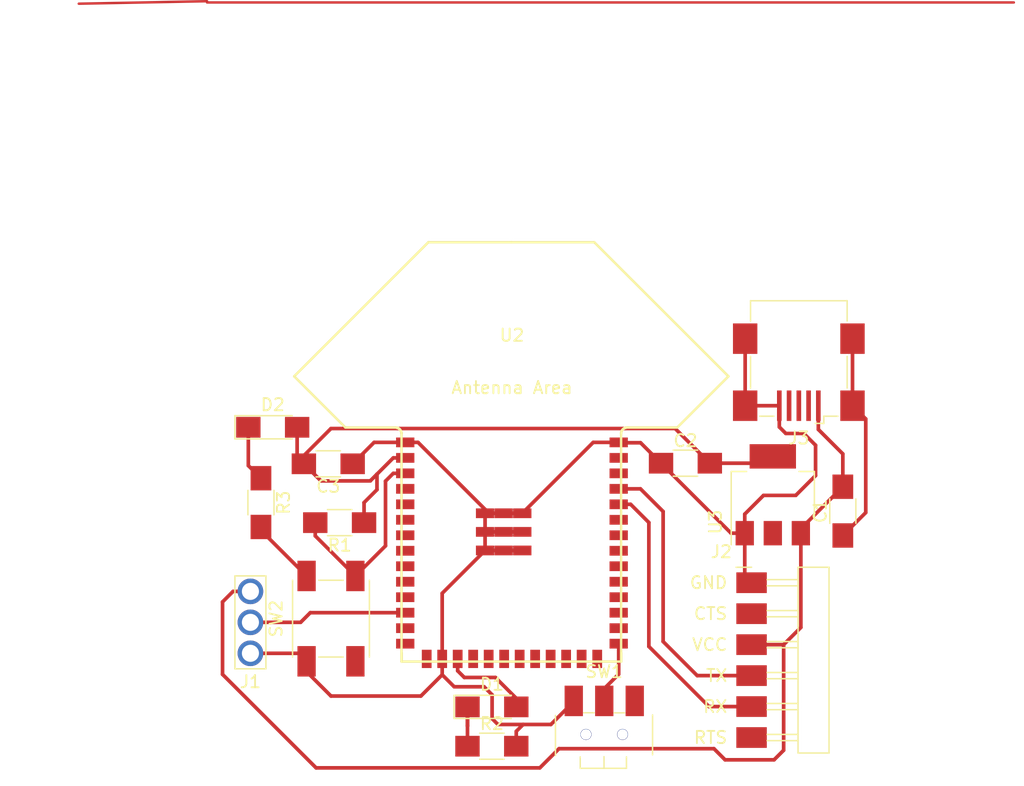
<source format=kicad_pcb>
(kicad_pcb (version 20211014) (generator pcbnew)
  (layers (0 "F.Cu" signal) (31 "B.Cu" signal) (34 "B.Paste" user) (35 "F.Paste" user) (36 "B.SilkS" user "B.Silkscreen") (37 "F.SilkS" user "F.Silkscreen") (38 "B.Mask" user) (39 "F.Mask" user) (44 "Edge.Cuts" user))
  (net 0 "")
  (net 1 "VCC")
  (net 2 "GND")
  (net 3 "3.3V")
  (net 4 "Net-(D2-Pad1)")
  (net 5 "RESET")
  (net 6 "Net-(D1-Pad1)")
  (net 8 "SENSOR")
  (net 9 "RX")
  (net 10 "TX")
  (net 23 "LED")
  (net 41 "PROG")
  (footprint "fab:LED_1206" (layer "F.Cu") (at 116.84 85.6996)
    (fp_text reference "D2" (at 0 -1.85) (layer "F.SilkS"))
    (fp_text value "LED")
    (fp_line (start -3.1 -0.95) (end -3.1 0.95) (layer "F.SilkS") (width 0.12))
    (fp_line (start -3.1 0.95) (end 1.6 0.95) (layer "F.SilkS") (width 0.12))
    (fp_line (start -3.1 -0.95) (end 1.6 -0.95) (layer "F.SilkS") (width 0.12))
    (pad "1" smd rect locked (at -2 0) (size 2 1.7) (layers "F.Cu" "F.Paste" "F.Mask") (net 4 "Net-(D2-Pad1)"))
    (pad "2" smd rect locked (at 2 0) (size 2 1.7) (layers "F.Cu" "F.Paste" "F.Mask") (net 3 "3.3V"))
  )
  (footprint "Connector_USB:USB_Mini-B_Wuerth_65100516121_Horizontal" (layer "F.Cu") (at 159.9692 81.3308 180)
    (fp_text reference "J3" (at 0 -5.25) (layer "F.SilkS"))
    (fp_text value "USB_B_Mini")
    (fp_line (start 3.96 -1.15) (end 3.96 1.45) (layer "F.SilkS") (width 0.12))
    (fp_line (start -3.96 6.01) (end 3.96 6.01) (layer "F.SilkS") (width 0.12))
    (fp_line (start 2.05 -3.46) (end 3.2 -3.46) (layer "F.SilkS") (width 0.12))
    (fp_line (start 3.96 6.01) (end 3.96 4.35) (layer "F.SilkS") (width 0.12))
    (fp_line (start -2.05 -3.46) (end -2.05 -4.05) (layer "F.SilkS") (width 0.12))
    (fp_line (start -3.2 -3.46) (end -2.05 -3.46) (layer "F.SilkS") (width 0.12))
    (fp_line (start -2.05 -4.05) (end -1.35 -4.05) (layer "F.SilkS") (width 0.12))
    (fp_line (start -3.96 4.35) (end -3.96 6.01) (layer "F.SilkS") (width 0.12))
    (fp_line (start -3.96 1.45) (end -3.96 -1.15) (layer "F.SilkS") (width 0.12))
    (pad "" np_thru_hole circle (at -2.2 0 180) (size 0.9 0.9) (drill 0.9) (layers *.Cu *.Mask))
    (pad "" np_thru_hole circle (at 2.2 0 180) (size 0.9 0.9) (drill 0.9) (layers *.Cu *.Mask))
    (pad "1" smd rect (at -1.6 -2.6 180) (size 0.38 2.5) (layers "F.Cu" "F.Paste" "F.Mask") (net 1 "VCC"))
    (pad "2" smd rect (at -0.8 -2.6 180) (size 0.38 2.5) (layers "F.Cu" "F.Paste" "F.Mask"))
    (pad "3" smd rect (at 0 -2.6 180) (size 0.38 2.5) (layers "F.Cu" "F.Paste" "F.Mask"))
    (pad "4" smd rect (at 0.8 -2.6 180) (size 0.38 2.5) (layers "F.Cu" "F.Paste" "F.Mask"))
    (pad "5" smd rect (at 1.6 -2.6 180) (size 0.38 2.5) (layers "F.Cu" "F.Paste" "F.Mask") (net 2 "GND"))
    (pad "6" smd rect (at -4.4 2.9 180) (size 2 2.5) (layers "F.Cu" "F.Paste" "F.Mask") (net 2 "GND"))
    (pad "6" smd rect (at -4.4 -2.6 180) (size 2 2.5) (layers "F.Cu" "F.Paste" "F.Mask") (net 2 "GND"))
    (pad "6" smd rect (at 4.4 -2.6 180) (size 2 2.5) (layers "F.Cu" "F.Paste" "F.Mask") (net 2 "GND"))
    (pad "6" smd rect (at 4.4 2.9 180) (size 2 2.5) (layers "F.Cu" "F.Paste" "F.Mask") (net 2 "GND"))
  )
  (footprint "fab:Switch_SPDT_C&K_AYZ0102AGRLC_7.2x3mm_P2.5mm" (layer "F.Cu") (at 144.018 110.8964)
    (fp_text reference "SW1" (at -0.01 -5.15) (layer "F.SilkS"))
    (fp_text value "SWITCH_JS102011JCQN")
    (fp_line (start 3.96 -1.6) (end 3.96 1.67) (layer "F.SilkS") (width 0.12))
    (fp_line (start 0.8 -1.77) (end 1.67 -1.77) (layer "F.SilkS") (width 0.12))
    (fp_line (start -4 -1.56) (end -4 1.73) (layer "F.SilkS") (width 0.12))
    (fp_line (start -0.02 1.82) (end -0.02 2.77) (layer "F.SilkS") (width 0.12))
    (fp_line (start -1.97 2.78) (end 1.82 2.78) (layer "F.SilkS") (width 0.12))
    (fp_line (start -1.68 -1.78) (end -0.83 -1.78) (layer "F.SilkS") (width 0.12))
    (fp_line (start -1.97 1.84) (end -1.97 2.78) (layer "F.SilkS") (width 0.12))
    (fp_line (start 1.82 2.78) (end 1.82 1.84) (layer "F.SilkS") (width 0.12))
    (pad "" np_thru_hole circle locked (at 1.5 0) (size 0.9 0.9) (drill 0.85) (layers *.Cu *.Mask))
    (pad "" np_thru_hole circle locked (at -1.5 0) (size 0.9 0.9) (drill 0.85) (layers *.Cu *.Mask))
    (pad "1" smd rect locked (at -2.5 -2.75) (size 1.5 2.5) (layers "F.Cu" "F.Paste" "F.Mask") (net 2 "GND"))
    (pad "2" smd rect locked (at 0 -2.75) (size 1.5 2.5) (layers "F.Cu" "F.Paste" "F.Mask") (net 41 "PROG"))
    (pad "3" smd rect locked (at 2.5 -2.75) (size 1.5 2.5) (layers "F.Cu" "F.Paste" "F.Mask"))
  )
  (footprint "fab:C_1206" (layer "F.Cu") (at 150.6728 88.646)
    (fp_text reference "C2" (at 0 -1.85) (layer "F.SilkS"))
    (fp_text value "10uf")
    (fp_line (start -1 -1.07) (end 1 -1.07) (layer "F.SilkS") (width 0.12))
    (fp_line (start 1 1.07) (end -1 1.07) (layer "F.SilkS") (width 0.12))
    (pad "1" smd rect locked (at -2 0) (size 2 1.7) (layers "F.Cu" "F.Paste" "F.Mask") (net 2 "GND"))
    (pad "2" smd rect locked (at 2 0) (size 2 1.7) (layers "F.Cu" "F.Paste" "F.Mask") (net 3 "3.3V"))
  )
  (footprint "fab:PinHeader_FTDI_01x06_P2.54mm_Horizontal_SMD" (layer "F.Cu") (at 156.0944 98.4504)
    (fp_text reference "J2" (at -1.524 -2.54) (layer "F.SilkS") (effects (justify right)))
    (fp_text value "Conn_PinHeader_FTDI_1x06_P2.54mm_Horizontal_SMD")
    (fp_text user "TX" (at -1.905 7.62) (layer "F.SilkS") (effects (justify right)))
    (fp_text user "VCC" (at -1.905 5.08) (layer "F.SilkS") (effects (justify right)))
    (fp_text user "RX" (at -1.905 10.16) (layer "F.SilkS") (effects (justify right)))
    (fp_text user "RTS" (at -1.905 12.7) (layer "F.SilkS") (effects (justify right)))
    (fp_text user "GND" (at -1.905 0) (layer "F.SilkS") (effects (justify right)))
    (fp_text user "CTS" (at -1.905 2.54) (layer "F.SilkS") (effects (justify right)))
    (fp_line (start 3.81 -1.27) (end 6.35 -1.27) (layer "F.SilkS") (width 0.12))
    (fp_line (start -1.27 -1.27) (end 0 -1.27) (layer "F.SilkS") (width 0.12))
    (fp_line (start 3.81 -0.254) (end 1.27 -0.254) (layer "F.SilkS") (width 0.12))
    (fp_line (start 3.81 2.794) (end 1.27 2.794) (layer "F.SilkS") (width 0.12))
    (fp_line (start 3.81 4.826) (end 1.27 4.826) (layer "F.SilkS") (width 0.12))
    (fp_line (start 6.35 -1.27) (end 6.35 13.97) (layer "F.SilkS") (width 0.12))
    (fp_line (start 6.35 13.97) (end 3.81 13.97) (layer "F.SilkS") (width 0.12))
    (fp_line (start 3.81 12.954) (end 1.27 12.954) (layer "F.SilkS") (width 0.12))
    (fp_line (start 3.81 13.97) (end 3.81 -1.27) (layer "F.SilkS") (width 0.12))
    (fp_line (start 3.81 7.366) (end 1.27 7.366) (layer "F.SilkS") (width 0.12))
    (fp_line (start 3.81 7.874) (end 1.27 7.874) (layer "F.SilkS") (width 0.12))
    (fp_line (start 3.81 10.414) (end 1.27 10.414) (layer "F.SilkS") (width 0.12))
    (fp_line (start 3.81 0.254) (end 1.27 0.254) (layer "F.SilkS") (width 0.12))
    (fp_line (start 3.81 12.446) (end 1.27 12.446) (layer "F.SilkS") (width 0.12))
    (fp_line (start 3.81 9.906) (end 1.27 9.906) (layer "F.SilkS") (width 0.12))
    (fp_line (start 3.81 2.286) (end 1.27 2.286) (layer "F.SilkS") (width 0.12))
    (fp_line (start 3.81 5.334) (end 1.27 5.334) (layer "F.SilkS") (width 0.12))
    (pad "1" smd rect locked (at 0 0) (size 2.5 1.7) (layers "F.Cu" "F.Paste" "F.Mask") (net 2 "GND"))
    (pad "2" smd rect locked (at 0 2.54) (size 2.5 1.7) (layers "F.Cu" "F.Paste" "F.Mask"))
    (pad "3" smd rect locked (at 0 5.08) (size 2.5 1.7) (layers "F.Cu" "F.Paste" "F.Mask") (net 1 "VCC"))
    (pad "4" smd rect locked (at 0 7.62) (size 2.5 1.7) (layers "F.Cu" "F.Paste" "F.Mask") (net 9 "RX"))
    (pad "5" smd rect locked (at 0 10.16) (size 2.5 1.7) (layers "F.Cu" "F.Paste" "F.Mask") (net 10 "TX"))
    (pad "6" smd rect locked (at 0 12.7) (size 2.5 1.7) (layers "F.Cu" "F.Paste" "F.Mask"))
  )
  (footprint "fab:C_1206" (layer "F.Cu") (at 163.576 92.5764 90)
    (fp_text reference "C1" (at 0 -1.85 90) (layer "F.SilkS"))
    (fp_text value "10uf")
    (fp_line (start 1 1.07) (end -1 1.07) (layer "F.SilkS") (width 0.12))
    (fp_line (start -1 -1.07) (end 1 -1.07) (layer "F.SilkS") (width 0.12))
    (pad "1" smd rect locked (at -2 0 90) (size 2 1.7) (layers "F.Cu" "F.Paste" "F.Mask") (net 2 "GND"))
    (pad "2" smd rect locked (at 2 0 90) (size 2 1.7) (layers "F.Cu" "F.Paste" "F.Mask") (net 1 "VCC"))
  )
  (footprint "fab:Button_Omron_B3SN_6x6mm" (layer "F.Cu") (at 121.6152 101.3968 90)
    (fp_text reference "SW2" (at 0 -4.5 90) (layer "F.SilkS"))
    (fp_text value "BUTTON_B3SN")
    (fp_line (start -3.15 1) (end -3.15 -1) (layer "F.SilkS") (width 0.12))
    (fp_line (start -3.15 -3.15) (end 3.15 -3.15) (layer "F.SilkS") (width 0.12))
    (fp_line (start 3.15 -1) (end 3.15 1) (layer "F.SilkS") (width 0.12))
    (fp_line (start 3.15 3.15) (end -3.15 3.15) (layer "F.SilkS") (width 0.12))
    (pad "1" smd rect locked (at -3.5 -2 90) (size 2.5 1.5) (layers "F.Cu" "F.Paste" "F.Mask") (net 2 "GND"))
    (pad "1" smd rect locked (at 3.5 -2 90) (size 2.5 1.5) (layers "F.Cu" "F.Paste" "F.Mask") (net 2 "GND"))
    (pad "2" smd rect locked (at 3.5 2 90) (size 2.5 1.5) (layers "F.Cu" "F.Paste" "F.Mask") (net 5 "RESET"))
    (pad "2" smd rect locked (at -3.5 2 90) (size 2.5 1.5) (layers "F.Cu" "F.Paste" "F.Mask") (net 5 "RESET"))
  )
  (footprint "fab:SOT-223-3_TabPin2" (layer "F.Cu") (at 157.8356 91.2364 90)
    (fp_text reference "U3" (at -2.2352 -4.7032 90) (layer "F.SilkS"))
    (fp_text value "Regulator_Linear_NCP1117-5.0V-1A")
    (fp_line (start -4.1 -3.41) (end 1.91 -3.41) (layer "F.SilkS") (width 0.12))
    (fp_line (start -1.85 3.41) (end 1.91 3.41) (layer "F.SilkS") (width 0.12))
    (fp_line (start 1.91 -3.41) (end 1.91 -2.15) (layer "F.SilkS") (width 0.12))
    (fp_line (start 1.91 3.41) (end 1.91 2.15) (layer "F.SilkS") (width 0.12))
    (pad "1" smd rect locked (at -3.15 -2.3 90) (size 2 1.5) (layers "F.Cu" "F.Paste" "F.Mask") (net 2 "GND"))
    (pad "2" smd rect locked (at -3.15 0 90) (size 2 1.5) (layers "F.Cu" "F.Paste" "F.Mask") (net 3 "3.3V"))
    (pad "2" smd rect locked (at 3.15 0 90) (size 2 3.8) (layers "F.Cu" "F.Paste" "F.Mask") (net 3 "3.3V"))
    (pad "3" smd rect locked (at -3.15 2.3 90) (size 2 1.5) (layers "F.Cu" "F.Paste" "F.Mask") (net 1 "VCC"))
  )
  (footprint "fab:LED_1206" (layer "F.Cu") (at 134.8067 108.6356)
    (fp_text reference "D1" (at 0 -1.85) (layer "F.SilkS"))
    (fp_text value "LED")
    (fp_line (start -3.1 -0.95) (end -3.1 0.95) (layer "F.SilkS") (width 0.12))
    (fp_line (start -3.1 0.95) (end 1.6 0.95) (layer "F.SilkS") (width 0.12))
    (fp_line (start -3.1 -0.95) (end 1.6 -0.95) (layer "F.SilkS") (width 0.12))
    (pad "1" smd rect locked (at -2 0) (size 2 1.7) (layers "F.Cu" "F.Paste" "F.Mask") (net 6 "Net-(D1-Pad1)"))
    (pad "2" smd rect locked (at 2 0) (size 2 1.7) (layers "F.Cu" "F.Paste" "F.Mask") (net 23 "LED"))
  )
  (footprint "fab:C_1206" (layer "F.Cu") (at 121.3932 88.6968 180)
    (fp_text reference "C3" (at 0 -1.85) (layer "F.SilkS"))
    (fp_text value "0.1uf")
    (fp_line (start 1 1.07) (end -1 1.07) (layer "F.SilkS") (width 0.12))
    (fp_line (start -1 -1.07) (end 1 -1.07) (layer "F.SilkS") (width 0.12))
    (pad "1" smd rect locked (at -2 0 180) (size 2 1.7) (layers "F.Cu" "F.Paste" "F.Mask") (net 2 "GND"))
    (pad "2" smd rect locked (at 2 0 180) (size 2 1.7) (layers "F.Cu" "F.Paste" "F.Mask") (net 3 "3.3V"))
  )
  (footprint "ESPE32:ESP32-WROOM-DA" (layer "F.Cu") (at 136.4519 93.9496)
    (fp_text reference "U2" (at 0 -15.8) (layer "F.SilkS"))
    (fp_text value "ESP32-WROOM-DA")
    (fp_text user "Antenna Area" (at 0 -11.5) (layer "F.SilkS"))
    (fp_line (start 9.130574 -8.117453) (end 9.144 -8.128) (layer "F.SilkS") (width 0.2))
    (fp_line (start 17.746118 -12.429597) (end 6.746118 -23.429597) (layer "F.SilkS") (width 0.2))
    (fp_line (start -9.519761 -8.228431) (end -9.50275 -8.226976) (layer "F.SilkS") (width 0.2))
    (fp_line (start 9.010288 -7.974652) (end 9.018908 -7.989389) (layer "F.SilkS") (width 0.2))
    (fp_line (start 9 10.25) (end 9 11) (layer "F.SilkS") (width 0.12))
    (fp_line (start -9.485799 -8.22494) (end -9.468927 -8.222327) (layer "F.SilkS") (width 0.2))
    (fp_line (start -9.118052 -7.974652) (end -9.109939 -7.95963) (layer "F.SilkS") (width 0.2))
    (fp_line (start -9.265542 -8.138082) (end -9.251764 -8.128) (layer "F.SilkS") (width 0.2))
    (fp_line (start 9.446118 -8.229597) (end 13.546118 -8.229597) (layer "F.SilkS") (width 0.2))
    (fp_line (start -9.145397 -8.017937) (end -9.135791 -8.003823) (layer "F.SilkS") (width 0.2))
    (fp_line (start -9.536811 -8.229306) (end -9.519761 -8.228431) (layer "F.SilkS") (width 0.2))
    (fp_line (start 9.144 -8.128) (end 9.157778 -8.138082) (layer "F.SilkS") (width 0.2))
    (fp_line (start -9.33914 -8.181134) (end -9.323849 -8.17354) (layer "F.SilkS") (width 0.2))
    (fp_line (start -9.061152 -7.814552) (end -9.058539 -7.79768) (layer "F.SilkS") (width 0.2))
    (fp_line (start -9.07731 -7.880854) (end -9.072423 -7.864495) (layer "F.SilkS") (width 0.2))
    (fp_line (start -9.402625 -8.206169) (end -9.386442 -8.200727) (layer "F.SilkS") (width 0.2))
    (fp_line (start -9.323849 -8.17354) (end -9.308827 -8.165427) (layer "F.SilkS") (width 0.2))
    (fp_line (start -9.102345 -7.944339) (end -9.095276 -7.928798) (layer "F.SilkS") (width 0.2))
    (fp_line (start 9.002175 -7.95963) (end 9.010288 -7.974652) (layer "F.SilkS") (width 0.2))
    (fp_line (start -0.053882 -23.429597) (end -6.853882 -23.429597) (layer "F.SilkS") (width 0.2))
    (fp_line (start -17.853882 -12.429597) (end -13.653882 -8.229597) (layer "F.SilkS") (width 0.2))
    (fp_line (start 9.411997 -8.228431) (end 9.429047 -8.229306) (layer "F.SilkS") (width 0.2))
    (fp_line (start -9.50275 -8.226976) (end -9.485799 -8.22494) (layer "F.SilkS") (width 0.2))
    (fp_line (start -9.06434 -7.831325) (end -9.061152 -7.814552) (layer "F.SilkS") (width 0.2))
    (fp_line (start 8.946118 10.970403) (end 8.946118 -7.729597) (layer "F.SilkS") (width 0.2))
    (fp_line (start -9.166026 -8.045141) (end -9.155479 -8.031715) (layer "F.SilkS") (width 0.2))
    (fp_line (start -9.29409 -8.156807) (end -9.279656 -8.147688) (layer "F.SilkS") (width 0.2))
    (fp_line (start -13.653882 -8.229597) (end -9.553882 -8.229597) (layer "F.SilkS") (width 0.2))
    (fp_line (start 9.186326 -8.156807) (end 9.201063 -8.165427) (layer "F.SilkS") (width 0.2))
    (fp_line (start 9.069261 -8.058199) (end 9.0807 -8.070874) (layer "F.SilkS") (width 0.2))
    (fp_line (start 9.34439 -8.219139) (end 9.361163 -8.222327) (layer "F.SilkS") (width 0.2))
    (fp_line (start 9.246917 -8.188203) (end 9.262691 -8.194736) (layer "F.SilkS") (width 0.2))
    (fp_line (start -9.058539 -7.79768) (end -9.056503 -7.780729) (layer "F.SilkS") (width 0.2))
    (fp_line (start -9.238338 -8.117453) (end -9.22528 -8.106454) (layer "F.SilkS") (width 0.2))
    (fp_line (start 9.216085 -8.17354) (end 9.231376 -8.181134) (layer "F.SilkS") (width 0.2))
    (fp_line (start 8.950775 -7.79768) (end 8.953388 -7.814552) (layer "F.SilkS") (width 0.2))
    (fp_line (start -9.553882 -8.229597) (end -9.536811 -8.229306) (layer "F.SilkS") (width 0.2))
    (fp_line (start -9.279656 -8.147688) (end -9.265542 -8.138082) (layer "F.SilkS") (width 0.2))
    (fp_line (start 8.974988 -7.897037) (end 8.980979 -7.913024) (layer "F.SilkS") (width 0.2))
    (fp_line (start -9.468927 -8.222327) (end -9.452154 -8.219139) (layer "F.SilkS") (width 0.2))
    (fp_line (start 8.987512 -7.928798) (end 8.994581 -7.944339) (layer "F.SilkS") (width 0.2))
    (fp_line (start -9.072423 -7.864495) (end -9.068098 -7.847979) (layer "F.SilkS") (width 0.2))
    (fp_line (start -9.418984 -8.211056) (end -9.402625 -8.206169) (layer "F.SilkS") (width 0.2))
    (fp_line (start -9.053882 -7.729597) (end -9.053882 10.970403) (layer "F.SilkS") (width 0.2))
    (fp_line (start 9.104841 -8.095015) (end 9.117516 -8.106454) (layer "F.SilkS") (width 0.2))
    (fp_line (start -9 10.25) (end -9 11) (layer "F.SilkS") (width 0.12))
    (fp_line (start 9.171892 -8.147688) (end 9.186326 -8.156807) (layer "F.SilkS") (width 0.2))
    (fp_line (start -9.055048 -7.763718) (end -9.054173 -7.746668) (layer "F.SilkS") (width 0.2))
    (fp_line (start 13.546118 -8.229597) (end 17.746118 -12.429597) (layer "F.SilkS") (width 0.2))
    (fp_line (start 9.31122 -8.211056) (end 9.327736 -8.215381) (layer "F.SilkS") (width 0.2))
    (fp_line (start -9.354681 -8.188203) (end -9.33914 -8.181134) (layer "F.SilkS") (width 0.2))
    (fp_line (start 9.262691 -8.194736) (end 9.278678 -8.200727) (layer "F.SilkS") (width 0.2))
    (fp_line (start -9.200329 -8.08315) (end -9.188464 -8.070874) (layer "F.SilkS") (width 0.2))
    (fp_line (start 9.394986 -8.226976) (end 9.411997 -8.228431) (layer "F.SilkS") (width 0.2))
    (fp_line (start 9.117516 -8.106454) (end 9.130574 -8.117453) (layer "F.SilkS") (width 0.2))
    (fp_line (start -9.056503 -7.780729) (end -9.055048 -7.763718) (layer "F.SilkS") (width 0.2))
    (fp_line (start 9.018908 -7.989389) (end 9.028027 -8.003823) (layer "F.SilkS") (width 0.2))
    (fp_line (start -9.251764 -8.128) (end -9.238338 -8.117453) (layer "F.SilkS") (width 0.2))
    (fp_line (start 9.028027 -8.003823) (end 9.037633 -8.017937) (layer "F.SilkS") (width 0.2))
    (fp_line (start -9.177025 -8.058199) (end -9.166026 -8.045141) (layer "F.SilkS") (width 0.2))
    (fp_line (start 9.047715 -8.031715) (end 9.058262 -8.045141) (layer "F.SilkS") (width 0.2))
    (fp_line (start 8.948739 -7.780729) (end 8.950775 -7.79768) (layer "F.SilkS") (width 0.2))
    (fp_line (start 9.231376 -8.181134) (end 9.246917 -8.188203) (layer "F.SilkS") (width 0.2))
    (fp_line (start 9.278678 -8.200727) (end 9.294861 -8.206169) (layer "F.SilkS") (width 0.2))
    (fp_line (start -6.853882 -23.429597) (end -17.853882 -12.429597) (layer "F.SilkS") (width 0.2))
    (fp_line (start -9.308827 -8.165427) (end -9.29409 -8.156807) (layer "F.SilkS") (width 0.2))
    (fp_line (start 9.0807 -8.070874) (end 9.092565 -8.08315) (layer "F.SilkS") (width 0.2))
    (fp_line (start -9.126672 -7.989389) (end -9.118052 -7.974652) (layer "F.SilkS") (width 0.2))
    (fp_line (start 9.429047 -8.229306) (end 9.446118 -8.229597) (layer "F.SilkS") (width 0.2))
    (fp_line (start 8.969546 -7.880854) (end 8.974988 -7.897037) (layer "F.SilkS") (width 0.2))
    (fp_line (start -9.4355 -8.215381) (end -9.418984 -8.211056) (layer "F.SilkS") (width 0.2))
    (fp_line (start -9.22528 -8.106454) (end -9.212605 -8.095015) (layer "F.SilkS") (width 0.2))
    (fp_line (start -9.155479 -8.031715) (end -9.145397 -8.017937) (layer "F.SilkS") (width 0.2))
    (fp_line (start 8.964659 -7.864495) (end 8.969546 -7.880854) (layer "F.SilkS") (width 0.2))
    (fp_line (start 8.956576 -7.831325) (end 8.960334 -7.847979) (layer "F.SilkS") (width 0.2))
    (fp_line (start 9.092565 -8.08315) (end 9.104841 -8.095015) (layer "F.SilkS") (width 0.2))
    (fp_line (start 8.994581 -7.944339) (end 9.002175 -7.95963) (layer "F.SilkS") (width 0.2))
    (fp_line (start -9.386442 -8.200727) (end -9.370455 -8.194736) (layer "F.SilkS") (width 0.2))
    (fp_line (start -9.068098 -7.847979) (end -9.06434 -7.831325) (layer "F.SilkS") (width 0.2))
    (fp_line (start -9.109939 -7.95963) (end -9.102345 -7.944339) (layer "F.SilkS") (width 0.2))
    (fp_line (start -9.053882 10.970403) (end 8.946118 10.970403) (layer "F.SilkS") (width 0.2))
    (fp_line (start 9.037633 -8.017937) (end 9.047715 -8.031715) (layer "F.SilkS") (width 0.2))
    (fp_line (start 9.294861 -8.206169) (end 9.31122 -8.211056) (layer "F.SilkS") (width 0.2))
    (fp_line (start 9.327736 -8.215381) (end 9.34439 -8.219139) (layer "F.SilkS") (width 0.2))
    (fp_line (start -9.095276 -7.928798) (end -9.088743 -7.913024) (layer "F.SilkS") (width 0.2))
    (fp_line (start 8.953388 -7.814552) (end 8.956576 -7.831325) (layer "F.SilkS") (width 0.2))
    (fp_line (start 9.378035 -8.22494) (end 9.394986 -8.226976) (layer "F.SilkS") (width 0.2))
    (fp_line (start 8.960334 -7.847979) (end 8.964659 -7.864495) (layer "F.SilkS") (width 0.2))
    (fp_line (start -9.188464 -8.070874) (end -9.177025 -8.058199) (layer "F.SilkS") (width 0.2))
    (fp_line (start 8.947284 -7.763718) (end 8.948739 -7.780729) (layer "F.SilkS") (width 0.2))
    (fp_line (start -9.452154 -8.219139) (end -9.4355 -8.215381) (layer "F.SilkS") (width 0.2))
    (fp_line (start -9.054173 -7.746668) (end -9.053882 -7.729597) (layer "F.SilkS") (width 0.2))
    (fp_line (start -9.212605 -8.095015) (end -9.200329 -8.08315) (layer "F.SilkS") (width 0.2))
    (fp_line (start 9.201063 -8.165427) (end 9.216085 -8.17354) (layer "F.SilkS") (width 0.2))
    (fp_line (start -9.082752 -7.897037) (end -9.07731 -7.880854) (layer "F.SilkS") (width 0.2))
    (fp_line (start 6.746118 -23.429597) (end -0.053882 -23.429597) (layer "F.SilkS") (width 0.2))
    (fp_line (start 9.361163 -8.222327) (end 9.378035 -8.22494) (layer "F.SilkS") (width 0.2))
    (fp_line (start 8.980979 -7.913024) (end 8.987512 -7.928798) (layer "F.SilkS") (width 0.2))
    (fp_line (start 8.946409 -7.746668) (end 8.947284 -7.763718) (layer "F.SilkS") (width 0.2))
    (fp_line (start -9.135791 -8.003823) (end -9.126672 -7.989389) (layer "F.SilkS") (width 0.2))
    (fp_line (start -9.370455 -8.194736) (end -9.354681 -8.188203) (layer "F.SilkS") (width 0.2))
    (fp_line (start 8.946118 -7.729597) (end 8.946409 -7.746668) (layer "F.SilkS") (width 0.2))
    (fp_line (start 9.058262 -8.045141) (end 9.069261 -8.058199) (layer "F.SilkS") (width 0.2))
    (fp_line (start 9.157778 -8.138082) (end 9.171892 -8.147688) (layer "F.SilkS") (width 0.2))
    (fp_line (start -9.088743 -7.913024) (end -9.082752 -7.897037) (layer "F.SilkS") (width 0.2))
    (pad "1" smd rect (at -8.75 -7.01) (size 1.5 0.8) (layers "F.Cu" "F.Paste" "F.Mask") (net 2 "GND"))
    (pad "2" smd rect (at -8.75 -5.74) (size 1.5 0.8) (layers "F.Cu" "F.Paste" "F.Mask") (net 3 "3.3V"))
    (pad "3" smd rect (at -8.75 -4.47) (size 1.5 0.8) (layers "F.Cu" "F.Paste" "F.Mask") (net 5 "RESET"))
    (pad "4" smd rect (at -8.75 -3.2) (size 1.5 0.8) (layers "F.Cu" "F.Paste" "F.Mask"))
    (pad "5" smd rect (at -8.75 -1.93) (size 1.5 0.8) (layers "F.Cu" "F.Paste" "F.Mask"))
    (pad "6" smd rect (at -8.75 -0.66) (size 1.5 0.8) (layers "F.Cu" "F.Paste" "F.Mask"))
    (pad "7" smd rect (at -8.75 0.61) (size 1.5 0.8) (layers "F.Cu" "F.Paste" "F.Mask"))
    (pad "8" smd rect (at -8.75 1.88) (size 1.5 0.8) (layers "F.Cu" "F.Paste" "F.Mask"))
    (pad "9" smd rect (at -8.75 3.15) (size 1.5 0.8) (layers "F.Cu" "F.Paste" "F.Mask"))
    (pad "10" smd rect (at -8.75 4.42) (size 1.5 0.8) (layers "F.Cu" "F.Paste" "F.Mask"))
    (pad "11" smd rect (at -8.75 5.69) (size 1.5 0.8) (layers "F.Cu" "F.Paste" "F.Mask"))
    (pad "12" smd rect (at -8.75 6.96) (size 1.5 0.8) (layers "F.Cu" "F.Paste" "F.Mask") (net 8 "SENSOR"))
    (pad "13" smd rect (at -8.75 8.23) (size 1.5 0.8) (layers "F.Cu" "F.Paste" "F.Mask"))
    (pad "14" smd rect (at -8.75 9.5) (size 1.5 0.8) (layers "F.Cu" "F.Paste" "F.Mask"))
    (pad "15" smd rect (at -6.99 10.75 90) (size 1.5 0.8) (layers "F.Cu" "F.Paste" "F.Mask"))
    (pad "16" smd rect (at -5.72 10.75 90) (size 1.5 0.8) (layers "F.Cu" "F.Paste" "F.Mask") (net 2 "GND"))
    (pad "17" smd rect (at -4.45 10.75 90) (size 1.5 0.8) (layers "F.Cu" "F.Paste" "F.Mask") (net 23 "LED"))
    (pad "18" smd rect (at -3.18 10.75 90) (size 1.5 0.8) (layers "F.Cu" "F.Paste" "F.Mask"))
    (pad "19" smd rect (at -1.91 10.75 90) (size 1.5 0.8) (layers "F.Cu" "F.Paste" "F.Mask"))
    (pad "20" smd rect (at -0.64 10.75 90) (size 1.5 0.8) (layers "F.Cu" "F.Paste" "F.Mask"))
    (pad "21" smd rect (at 0.63 10.75 90) (size 1.5 0.8) (layers "F.Cu" "F.Paste" "F.Mask"))
    (pad "22" smd rect (at 1.9 10.75 90) (size 1.5 0.8) (layers "F.Cu" "F.Paste" "F.Mask"))
    (pad "23" smd rect (at 3.17 10.75 90) (size 1.5 0.8) (layers "F.Cu" "F.Paste" "F.Mask"))
    (pad "24" smd rect (at 4.44 10.75 90) (size 1.5 0.8) (layers "F.Cu" "F.Paste" "F.Mask"))
    (pad "25" smd rect (at 5.71 10.75 90) (size 1.5 0.8) (layers "F.Cu" "F.Paste" "F.Mask"))
    (pad "26" smd rect (at 6.99 10.75 90) (size 1.5 0.8) (layers "F.Cu" "F.Paste" "F.Mask"))
    (pad "27" smd rect (at 8.75 9.5 180) (size 1.5 0.8) (layers "F.Cu" "F.Paste" "F.Mask") (net 41 "PROG"))
    (pad "28" smd rect (at 8.75 8.23 180) (size 1.5 0.8) (layers "F.Cu" "F.Paste" "F.Mask"))
    (pad "29" smd rect (at 8.75 6.96 180) (size 1.5 0.8) (layers "F.Cu" "F.Paste" "F.Mask"))
    (pad "30" smd rect (at 8.75 5.69 180) (size 1.5 0.8) (layers "F.Cu" "F.Paste" "F.Mask"))
    (pad "31" smd rect (at 8.75 4.42 180) (size 1.5 0.8) (layers "F.Cu" "F.Paste" "F.Mask"))
    (pad "32" smd rect (at 8.75 3.15 180) (size 1.5 0.8) (layers "F.Cu" "F.Paste" "F.Mask"))
    (pad "33" smd rect (at 8.75 1.88 180) (size 1.5 0.8) (layers "F.Cu" "F.Paste" "F.Mask"))
    (pad "34" smd rect (at 8.75 0.61 180) (size 1.5 0.8) (layers "F.Cu" "F.Paste" "F.Mask"))
    (pad "35" smd rect (at 8.75 -0.66 180) (size 1.5 0.8) (layers "F.Cu" "F.Paste" "F.Mask"))
    (pad "36" smd rect (at 8.75 -1.93 180) (size 1.5 0.8) (layers "F.Cu" "F.Paste" "F.Mask") (net 10 "TX"))
    (pad "37" smd rect (at 8.75 -3.2 180) (size 1.5 0.8) (layers "F.Cu" "F.Paste" "F.Mask") (net 9 "RX"))
    (pad "38" smd rect (at 8.75 -4.47 180) (size 1.5 0.8) (layers "F.Cu" "F.Paste" "F.Mask"))
    (pad "39" smd rect (at 8.75 -5.74 180) (size 1.5 0.8) (layers "F.Cu" "F.Paste" "F.Mask"))
    (pad "40" smd rect (at 8.75 -7.01 180) (size 1.5 0.8) (layers "F.Cu" "F.Paste" "F.Mask") (net 2 "GND"))
    (pad "43" smd rect (at -2.205 -1.195 180) (size 1.5 0.8) (layers "F.Cu" "F.Paste" "F.Mask") (net 2 "GND"))
    (pad "43" smd rect (at -0.68 0.33 180) (size 1.5 0.8) (layers "F.Cu" "F.Paste" "F.Mask") (net 2 "GND"))
    (pad "43" smd rect (at -0.68 1.855 180) (size 1.5 0.8) (layers "F.Cu" "F.Paste" "F.Mask") (net 2 "GND"))
    (pad "43" smd rect (at 0.845 1.855 180) (size 1.5 0.8) (layers "F.Cu" "F.Paste" "F.Mask") (net 2 "GND"))
    (pad "43" smd rect (at -2.205 1.855 180) (size 1.5 0.8) (layers "F.Cu" "F.Paste" "F.Mask") (net 2 "GND"))
    (pad "43" smd rect (at -0.68 -1.195 180) (size 1.5 0.8) (layers "F.Cu" "F.Paste" "F.Mask") (net 2 "GND"))
    (pad "43" smd rect (at -2.205 0.33 180) (size 1.5 0.8) (layers "F.Cu" "F.Paste" "F.Mask") (net 2 "GND"))
    (pad "43" smd rect (at 0.845 -1.195 180) (size 1.5 0.8) (layers "F.Cu" "F.Paste" "F.Mask") (net 2 "GND"))
    (pad "43" smd rect (at 0.845 0.33 180) (size 1.5 0.8) (layers "F.Cu" "F.Paste" "F.Mask") (net 2 "GND"))
  )
  (footprint "fab:R_1206" (layer "F.Cu") (at 115.8748 91.8784 -90)
    (fp_text reference "R3" (at 0 -1.85 90) (layer "F.SilkS"))
    (fp_text value "R")
    (fp_line (start 1 1.07) (end -1 1.07) (layer "F.SilkS") (width 0.12))
    (fp_line (start -1 -1.07) (end 1 -1.07) (layer "F.SilkS") (width 0.12))
    (pad "1" smd rect locked (at -2 0 270) (size 2 1.7) (layers "F.Cu" "F.Paste" "F.Mask") (net 4 "Net-(D2-Pad1)"))
    (pad "2" smd rect locked (at 2 0 270) (size 2 1.7) (layers "F.Cu" "F.Paste" "F.Mask") (net 2 "GND"))
  )
  (footprint "fab:R_1206" (layer "F.Cu") (at 122.3264 93.5228 180)
    (fp_text reference "R1" (at 0 -1.85) (layer "F.SilkS"))
    (fp_text value "10K")
    (fp_line (start -1 -1.07) (end 1 -1.07) (layer "F.SilkS") (width 0.12))
    (fp_line (start 1 1.07) (end -1 1.07) (layer "F.SilkS") (width 0.12))
    (pad "1" smd rect locked (at -2 0 180) (size 2 1.7) (layers "F.Cu" "F.Paste" "F.Mask") (net 3 "3.3V"))
    (pad "2" smd rect locked (at 2 0 180) (size 2 1.7) (layers "F.Cu" "F.Paste" "F.Mask") (net 5 "RESET"))
  )
  (footprint "fab:R_1206" (layer "F.Cu") (at 134.8044 111.8616)
    (fp_text reference "R2" (at 0 -1.85) (layer "F.SilkS"))
    (fp_text value "R")
    (fp_line (start -1 -1.07) (end 1 -1.07) (layer "F.SilkS") (width 0.12))
    (fp_line (start 1 1.07) (end -1 1.07) (layer "F.SilkS") (width 0.12))
    (pad "1" smd rect locked (at -2 0) (size 2 1.7) (layers "F.Cu" "F.Paste" "F.Mask") (net 6 "Net-(D1-Pad1)"))
    (pad "2" smd rect locked (at 2 0) (size 2 1.7) (layers "F.Cu" "F.Paste" "F.Mask") (net 2 "GND"))
  )
  (footprint "fab:PinHeader_1x03_P2.54mm_Vertical_THT_D1.4mm" (layer "F.Cu") (at 115.0112 104.2416 180)
    (fp_text reference "J1" (at 0 -2.33 180) (layer "F.SilkS"))
    (fp_text value "Conn_PinHeader_1x03_P2.54mm_Vertical_THT_D1.4mm")
    (fp_line (start -1.27 -1.27) (end 1.27 -1.27) (layer "F.SilkS") (width 0.12))
    (fp_line (start 1.27 -1.27) (end 1.27 6.35) (layer "F.SilkS") (width 0.12))
    (fp_line (start -1.27 -1.27) (end -1.27 6.35) (layer "F.SilkS") (width 0.12))
    (fp_line (start -1.27 6.35) (end 1.27 6.35) (layer "F.SilkS") (width 0.12))
    (pad "1" thru_hole circle locked (at 0 0 180) (size 2.1 2.1) (drill 1.4) (layers *.Cu *.Mask) (net 2 "GND"))
    (pad "2" thru_hole circle locked (at 0 2.54 180) (size 2.1 2.1) (drill 1.4) (layers *.Cu *.Mask) (net 8 "SENSOR"))
    (pad "3" thru_hole circle locked (at 0 5.08 180) (size 2.1 2.1) (drill 1.4) (layers *.Cu *.Mask) (net 1 "VCC"))
  )
  (gr_line (start 100.9396 50.9524) (end 111.4552 50.7492) (layer "F.Cu") (width 0.2))
  (gr_line (start 111.4552 50.8508) (end 177.5968 50.8508) (layer "F.Cu") (width 0.2))
  (segment (start 158.7246 112.1918) (end 158.7246 103.5304) (width 0.3) (layer "F.Cu") (net 1))
  (segment (start 158.7246 103.5304) (end 156.0944 103.5304) (width 0.3) (layer "F.Cu") (net 1))
  (segment (start 115.0112 99.1616) (end 113.5888 99.1616) (width 0.3) (layer "F.Cu") (net 1))
  (segment (start 112.7252 105.9688) (end 120.396 113.6396) (width 0.3) (layer "F.Cu") (net 1))
  (segment (start 113.5888 99.1616) (end 112.7252 100.0252) (width 0.3) (layer "F.Cu") (net 1))
  (segment (start 112.7252 100.0252) (end 112.7252 105.9688) (width 0.3) (layer "F.Cu") (net 1))
  (segment (start 140.3096 112.0648) (end 153.0096 112.0648) (width 0.3) (layer "F.Cu") (net 1))
  (segment (start 138.7348 113.6396) (end 140.3096 112.0648) (width 0.3) (layer "F.Cu") (net 1))
  (segment (start 160.1356 94.0168) (end 163.576 90.5764) (width 0.3) (layer "F.Cu") (net 1))
  (segment (start 161.5692 85.8772) (end 163.576 87.884) (width 0.3) (layer "F.Cu") (net 1))
  (segment (start 153.924 112.9792) (end 157.9372 112.9792) (width 0.3) (layer "F.Cu") (net 1))
  (segment (start 153.0096 112.0648) (end 153.924 112.9792) (width 0.3) (layer "F.Cu") (net 1))
  (segment (start 161.5692 83.9308) (end 161.5692 85.8772) (width 0.3) (layer "F.Cu") (net 1))
  (segment (start 160.1356 102.1194) (end 158.7246 103.5304) (width 0.3) (layer "F.Cu") (net 1))
  (segment (start 120.396 113.6396) (end 138.7348 113.6396) (width 0.3) (layer "F.Cu") (net 1))
  (segment (start 157.9372 112.9792) (end 158.7246 112.1918) (width 0.3) (layer "F.Cu") (net 1))
  (segment (start 160.1356 94.3864) (end 160.1356 102.1194) (width 0.3) (layer "F.Cu") (net 1))
  (segment (start 160.1356 94.3864) (end 160.1356 94.0168) (width 0.3) (layer "F.Cu") (net 1))
  (segment (start 163.576 87.884) (end 163.576 90.5764) (width 0.3) (layer "F.Cu") (net 1))
  (segment (start 154.4132 94.3864) (end 155.5356 94.3864) (width 0.3) (layer "F.Cu") (net 2))
  (segment (start 137.2969 94.2796) (end 137.297 94.2796) (width 0.3) (layer "F.Cu") (net 2))
  (segment (start 136.8044 110.6424) (end 137.3688 110.078) (width 0.3) (layer "F.Cu") (net 2))
  (segment (start 127.7019 86.9396) (end 128.7519 86.9396) (width 0.3) (layer "F.Cu") (net 2))
  (segment (start 159.7152 91.2876) (end 161.3408 89.662) (width 0.3) (layer "F.Cu") (net 2))
  (segment (start 115.8748 94.1564) (end 119.6152 97.8968) (width 0.3) (layer "F.Cu") (net 2))
  (segment (start 143.112 86.9396) (end 145.2019 86.9396) (width 0.3) (layer "F.Cu") (net 2))
  (segment (start 134.8232 109.601122) (end 135.300078 110.078) (width 0.3) (layer "F.Cu") (net 2))
  (segment (start 158.9024 86.2076) (end 158.3692 85.6744) (width 0.3) (layer "F.Cu") (net 2))
  (segment (start 165.4556 85.0172) (end 164.3692 83.9308) (width 0.3) (layer "F.Cu") (net 2))
  (segment (start 155.5356 94.3864) (end 155.5356 92.8256) (width 0.3) (layer "F.Cu") (net 2))
  (segment (start 134.247 92.7546) (end 134.2469 92.7546) (width 0.3) (layer "F.Cu") (net 2))
  (segment (start 115.8748 93.8784) (end 115.8748 94.1564) (width 0.3) (layer "F.Cu") (net 2))
  (segment (start 134.247 94.2796) (end 134.2469 94.2796) (width 0.3) (layer "F.Cu") (net 2))
  (segment (start 119.6152 104.8968) (end 119.6152 105.7468) (width 0.3) (layer "F.Cu") (net 2))
  (segment (start 136.8044 111.8616) (end 136.8044 110.6424) (width 0.3) (layer "F.Cu") (net 2))
  (segment (start 134.247 94.2796) (end 134.247 92.7546) (width 0.3) (layer "F.Cu") (net 2))
  (segment (start 158.3692 85.6744) (end 158.3692 83.9308) (width 0.3) (layer "F.Cu") (net 2))
  (segment (start 134.2469 92.4346) (end 134.2469 92.7546) (width 0.3) (layer "F.Cu") (net 2))
  (segment (start 164.3692 78.4308) (end 164.3692 83.9308) (width 0.3) (layer "F.Cu") (net 2))
  (segment (start 158.3692 83.9308) (end 155.5692 83.9308) (width 0.3) (layer "F.Cu") (net 2))
  (segment (start 131.7168 106.9848) (end 134.1628 106.9848) (width 0.3) (layer "F.Cu") (net 2))
  (segment (start 155.5356 92.8256) (end 157.0736 91.2876) (width 0.3) (layer "F.Cu") (net 2))
  (segment (start 135.7719 94.2796) (end 137.2969 94.2796) (width 0.3) (layer "F.Cu") (net 2))
  (segment (start 125.1504 86.9396) (end 127.7019 86.9396) (width 0.3) (layer "F.Cu") (net 2))
  (segment (start 135.7719 95.8046) (end 137.2969 95.8046) (width 0.3) (layer "F.Cu") (net 2))
  (segment (start 141.518 108.204) (end 139.644 110.078) (width 0.3) (layer "F.Cu") (net 2))
  (segment (start 123.3932 88.6968) (end 125.1504 86.9396) (width 0.3) (layer "F.Cu") (net 2))
  (segment (start 121.6152 107.7468) (end 128.985 107.7468) (width 0.3) (layer "F.Cu") (net 2))
  (segment (start 157.0736 91.2876) (end 159.7152 91.2876) (width 0.3) (layer "F.Cu") (net 2))
  (segment (start 165.4556 92.6968) (end 165.4556 85.0172) (width 0.3) (layer "F.Cu") (net 2))
  (segment (start 130.7319 105.9999) (end 131.7168 106.9848) (width 0.3) (layer "F.Cu") (net 2))
  (segment (start 134.1628 106.9848) (end 134.8232 107.6452) (width 0.3) (layer "F.Cu") (net 2))
  (segment (start 137.297 92.7546) (end 143.112 86.9396) (width 0.3) (layer "F.Cu") (net 2))
  (segment (start 134.247 95.8046) (end 130.7319 99.3197) (width 0.3) (layer "F.Cu") (net 2))
  (segment (start 145.2319 86.9696) (end 146.9964 86.9696) (width 0.3) (layer "F.Cu") (net 2))
  (segment (start 119.6152 105.7468) (end 121.6152 107.7468) (width 0.3) (layer "F.Cu") (net 2))
  (segment (start 130.7319 99.3197) (end 130.7319 104.6996) (width 0.3) (layer "F.Cu") (net 2))
  (segment (start 137.297 92.7546) (end 137.2969 92.7546) (width 0.3) (layer "F.Cu") (net 2))
  (segment (start 128.7519 86.9396) (end 134.2469 92.4346) (width 0.3) (layer "F.Cu") (net 2))
  (segment (start 134.247 92.7546) (end 135.7719 92.7546) (width 0.3) (layer "F.Cu") (net 2))
  (segment (start 137.2969 95.8046) (end 137.297 95.8046) (width 0.3) (layer "F.Cu") (net 2))
  (segment (start 118.96 104.2416) (end 119.6152 104.8968) (width 0.3) (layer "F.Cu") (net 2))
  (segment (start 155.5692 78.4308) (end 155.5692 83.9308) (width 0.3) (layer "F.Cu") (net 2))
  (segment (start 163.576 94.5764) (end 165.4556 92.6968) (width 0.3) (layer "F.Cu") (net 2))
  (segment (start 161.3408 89.662) (end 161.3408 87.1728) (width 0.3) (layer "F.Cu") (net 2))
  (segment (start 139.644 110.078) (end 137.3688 110.078) (width 0.3) (layer "F.Cu") (net 2))
  (segment (start 134.247 95.8046) (end 134.2469 95.8046) (width 0.3) (layer "F.Cu") (net 2))
  (segment (start 134.247 94.2796) (end 134.247 95.8046) (width 0.3) (layer "F.Cu") (net 2))
  (segment (start 134.247 95.8046) (end 135.7719 95.8046) (width 0.3) (layer "F.Cu") (net 2))
  (segment (start 134.247 94.2796) (end 135.7719 94.2796) (width 0.3) (layer "F.Cu") (net 2))
  (segment (start 146.9964 86.9696) (end 148.6728 88.646) (width 0.3) (layer "F.Cu") (net 2))
  (segment (start 134.8232 107.6452) (end 134.8232 109.601122) (width 0.3) (layer "F.Cu") (net 2))
  (segment (start 145.2019 86.9396) (end 145.2319 86.9696) (width 0.3) (layer "F.Cu") (net 2))
  (segment (start 148.6728 88.646) (end 154.4132 94.3864) (width 0.3) (layer "F.Cu") (net 2))
  (segment (start 128.985 107.7468) (end 130.7319 105.9999) (width 0.3) (layer "F.Cu") (net 2))
  (segment (start 155.5356 97.8916) (end 156.0944 98.4504) (width 0.3) (layer "F.Cu") (net 2))
  (segment (start 115.0112 104.2416) (end 118.96 104.2416) (width 0.3) (layer "F.Cu") (net 2))
  (segment (start 135.300078 110.078) (end 137.3688 110.078) (width 0.3) (layer "F.Cu") (net 2))
  (segment (start 135.7719 92.7546) (end 137.2969 92.7546) (width 0.3) (layer "F.Cu") (net 2))
  (segment (start 161.3408 87.1728) (end 160.3756 86.2076) (width 0.3) (layer "F.Cu") (net 2))
  (segment (start 130.7319 104.6996) (end 130.7319 105.9999) (width 0.3) (layer "F.Cu") (net 2))
  (segment (start 160.3756 86.2076) (end 158.9024 86.2076) (width 0.3) (layer "F.Cu") (net 2))
  (segment (start 155.5356 94.3864) (end 155.5356 97.8916) (width 0.3) (layer "F.Cu") (net 2))
  (segment (start 157.276 88.646) (end 157.8356 88.0864) (width 0.3) (layer "F.Cu") (net 3))
  (segment (start 119.3932 88.0232) (end 119.3932 88.6968) (width 0.3) (layer "F.Cu") (net 3))
  (segment (start 120.792711 90.096311) (end 124.836167 90.096311) (width 0.3) (layer "F.Cu") (net 3))
  (segment (start 118.84 85.6996) (end 118.84 88.1436) (width 0.3) (layer "F.Cu") (net 3))
  (segment (start 124.3264 93.5228) (end 124.3264 91.8784) (width 0.3) (layer "F.Cu") (net 3))
  (segment (start 152.6728 88.646) (end 149.828 85.8012) (width 0.3) (layer "F.Cu") (net 3))
  (segment (start 152.6728 88.646) (end 157.276 88.646) (width 0.3) (layer "F.Cu") (net 3))
  (segment (start 126.722878 88.2096) (end 127.7019 88.2096) (width 0.3) (layer "F.Cu") (net 3))
  (segment (start 124.3264 91.8784) (end 125.386081 90.818719) (width 0.3) (layer "F.Cu") (net 3))
  (segment (start 118.84 88.1436) (end 119.3932 88.6968) (width 0.3) (layer "F.Cu") (net 3))
  (segment (start 121.6152 85.8012) (end 119.3932 88.0232) (width 0.3) (layer "F.Cu") (net 3))
  (segment (start 149.828 85.8012) (end 121.6152 85.8012) (width 0.3) (layer "F.Cu") (net 3))
  (segment (start 125.386081 89.546397) (end 126.722878 88.2096) (width 0.3) (layer "F.Cu") (net 3))
  (segment (start 124.836167 90.096311) (end 125.386081 89.546397) (width 0.3) (layer "F.Cu") (net 3))
  (segment (start 119.3932 88.6968) (end 120.792711 90.096311) (width 0.3) (layer "F.Cu") (net 3))
  (segment (start 125.386081 90.818719) (end 125.386081 89.546397) (width 0.3) (layer "F.Cu") (net 3))
  (segment (start 114.84 85.6996) (end 114.84 88.8436) (width 0.3) (layer "F.Cu") (net 4))
  (segment (start 114.84 88.8436) (end 115.8748 89.8784) (width 0.3) (layer "F.Cu") (net 4))
  (segment (start 126.0856 95.4264) (end 126.0856 90.116878) (width 0.3) (layer "F.Cu") (net 5))
  (segment (start 120.3264 94.608) (end 123.6152 97.8968) (width 0.3) (layer "F.Cu") (net 5))
  (segment (start 126.722878 89.4796) (end 127.7019 89.4796) (width 0.3) (layer "F.Cu") (net 5))
  (segment (start 126.0856 90.116878) (end 126.722878 89.4796) (width 0.3) (layer "F.Cu") (net 5))
  (segment (start 123.722 97.79) (end 126.0856 95.4264) (width 0.3) (layer "F.Cu") (net 5))
  (segment (start 120.3264 93.5228) (end 120.3264 94.608) (width 0.3) (layer "F.Cu") (net 5))
  (segment (start 132.806 110.185) (end 132.807 110.185) (width 0.3) (layer "F.Cu") (net 6))
  (segment (start 132.8067 109.4102) (end 132.8067 108.6356) (width 0.3) (layer "F.Cu") (net 6))
  (segment (start 132.7745 111.766) (end 132.7747 111.7662) (width 0.3) (layer "F.Cu") (net 6))
  (segment (start 132.7747 111.7662) (end 132.7747 111.7664) (width 0.3) (layer "F.Cu") (net 6))
  (segment (start 132.806 108.636) (end 132.806 110.185) (width 0.3) (layer "F.Cu") (net 6))
  (segment (start 132.807 109.4105) (end 132.8067 109.4102) (width 0.3) (layer "F.Cu") (net 6))
  (segment (start 132.806 111.734) (end 132.775 111.766) (width 0.3) (layer "F.Cu") (net 6))
  (segment (start 132.7745 111.766) (end 132.774 111.766) (width 0.3) (layer "F.Cu") (net 6))
  (segment (start 132.807 110.185) (end 132.807 109.4105) (width 0.3) (layer "F.Cu") (net 6))
  (segment (start 132.806 110.185) (end 132.806 111.734) (width 0.3) (layer "F.Cu") (net 6))
  (segment (start 132.807 109.4105) (end 132.807 108.636) (width 0.3) (layer "F.Cu") (net 6))
  (segment (start 132.775 111.766) (end 132.7745 111.766) (width 0.3) (layer "F.Cu") (net 6))
  (segment (start 127.7019 100.9096) (end 119.918 100.9096) (width 0.3) (layer "F.Cu") (net 8))
  (segment (start 119.126 101.7016) (end 115.0112 101.7016) (width 0.3) (layer "F.Cu") (net 8))
  (segment (start 119.918 100.9096) (end 119.126 101.7016) (width 0.3) (layer "F.Cu") (net 8))
  (segment (start 145.2019 90.7496) (end 146.9852 90.7496) (width 0.3) (layer "F.Cu") (net 9))
  (segment (start 151.638 106.0704) (end 156.0944 106.0704) (width 0.3) (layer "F.Cu") (net 9))
  (segment (start 148.844 103.2764) (end 151.638 106.0704) (width 0.3) (layer "F.Cu") (net 9))
  (segment (start 146.9852 90.7496) (end 148.844 92.6084) (width 0.3) (layer "F.Cu") (net 9))
  (segment (start 148.844 92.6084) (end 148.844 103.2764) (width 0.3) (layer "F.Cu") (net 9))
  (segment (start 152.6032 108.6104) (end 156.0944 108.6104) (width 0.3) (layer "F.Cu") (net 10))
  (segment (start 145.2019 92.0196) (end 146.180922 92.0196) (width 0.3) (layer "F.Cu") (net 10))
  (segment (start 146.180922 92.0196) (end 147.6756 93.514278) (width 0.3) (layer "F.Cu") (net 10))
  (segment (start 147.6756 103.6828) (end 152.6032 108.6104) (width 0.3) (layer "F.Cu") (net 10))
  (segment (start 147.6756 93.514278) (end 147.6756 103.6828) (width 0.3) (layer "F.Cu") (net 10))
  (segment (start 136.807 107.936) (end 136.807 108.286) (width 0.3) (layer "F.Cu") (net 23))
  (segment (start 136.8067 108.2863) (end 136.8067 108.6356) (width 0.3) (layer "F.Cu") (net 23))
  (segment (start 136.807 108.286) (end 136.8067 108.2863) (width 0.3) (layer "F.Cu") (net 23))
  (segment (start 132.0019 105.678622) (end 132.546078 106.2228) (width 0.3) (layer "F.Cu") (net 23))
  (segment (start 136.806 107.935) (end 136.807 107.936) (width 0.3) (layer "F.Cu") (net 23))
  (segment (start 132.0019 104.6996) (end 132.0019 105.678622) (width 0.3) (layer "F.Cu") (net 23))
  (segment (start 136.806 108.636) (end 136.806 107.935) (width 0.3) (layer "F.Cu") (net 23))
  (segment (start 132.546078 106.2228) (end 135.0938 106.2228) (width 0.3) (layer "F.Cu") (net 23))
  (segment (start 135.0938 106.2228) (end 136.806 107.935) (width 0.3) (layer "F.Cu") (net 23))
  (segment (start 136.807 108.286) (end 136.807 108.636) (width 0.3) (layer "F.Cu") (net 23))
  (segment (start 145.2019 103.4496) (end 145.2019 105.9533) (width 0.3) (layer "F.Cu") (net 41))
  (segment (start 145.2019 105.9533) (end 144.018 107.1372) (width 0.3) (layer "F.Cu") (net 41))
  (segment (start 144.018 107.1372) (end 144.018 108.204) (width 0.3) (layer "F.Cu") (net 41))
)
</source>
